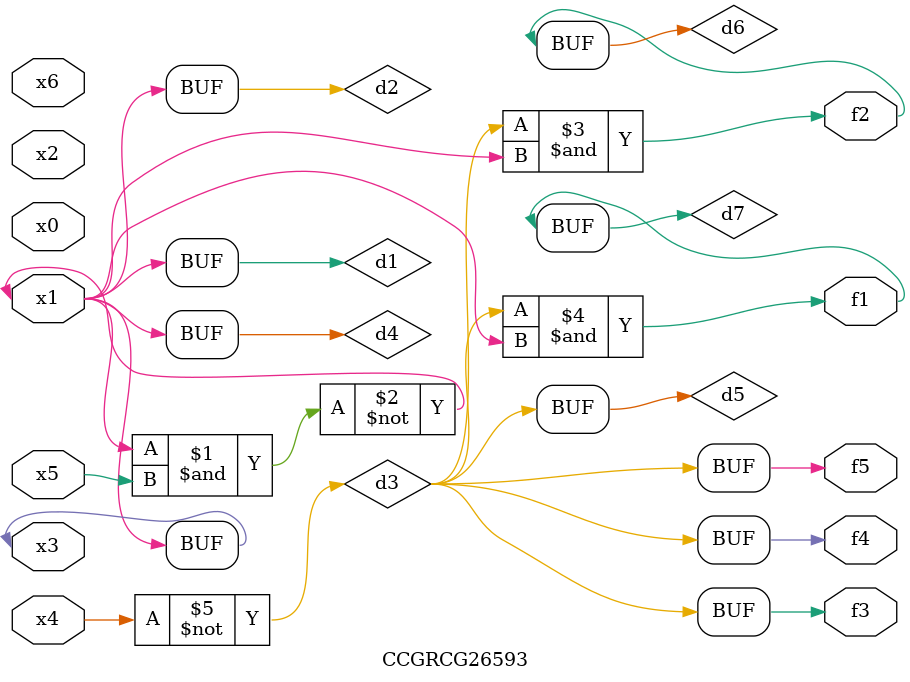
<source format=v>
module CCGRCG26593(
	input x0, x1, x2, x3, x4, x5, x6,
	output f1, f2, f3, f4, f5
);

	wire d1, d2, d3, d4, d5, d6, d7;

	buf (d1, x1, x3);
	nand (d2, x1, x5);
	not (d3, x4);
	buf (d4, d1, d2);
	buf (d5, d3);
	and (d6, d3, d4);
	and (d7, d3, d4);
	assign f1 = d7;
	assign f2 = d6;
	assign f3 = d5;
	assign f4 = d5;
	assign f5 = d5;
endmodule

</source>
